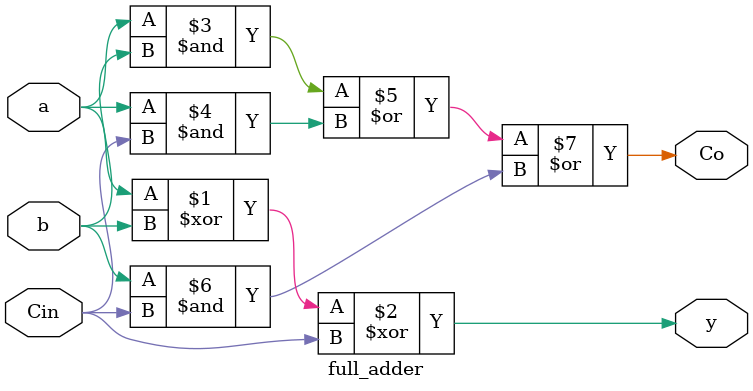
<source format=sv>
module adder_16bit(
    input [15:0] a,
    input [15:0] b,
    input Cin,
    output [15:0] y,
    output Co
);

    wire [1:0] carry;

    adder_8bit adder0 (
        .a(a[7:0]),
        .b(b[7:0]),
        .Cin(Cin),
        .y(y[7:0]),
        .Co(carry[0])
    );

    adder_8bit adder1 (
        .a(a[15:8]),
        .b(b[15:8]),
        .Cin(carry[0]),
        .y(y[15:8]),
        .Co(carry[1])
    );

    assign Co = carry[1];

endmodule

module adder_8bit(
    input [7:0] a,
    input [7:0] b,
    input Cin,
    output [7:0] y,
    output Co
);

    wire [7:0] carry;

    full_adder fa0 (.a(a[0]), .b(b[0]), .Cin(Cin), .y(y[0]), .Co(carry[0]));
    full_adder fa1 (.a(a[1]), .b(b[1]), .Cin(carry[0]), .y(y[1]), .Co(carry[1]));
    full_adder fa2 (.a(a[2]), .b(b[2]), .Cin(carry[1]), .y(y[2]), .Co(carry[2]));
    full_adder fa3 (.a(a[3]), .b(b[3]), .Cin(carry[2]), .y(y[3]), .Co(carry[3]));
    full_adder fa4 (.a(a[4]), .b(b[4]), .Cin(carry[3]), .y(y[4]), .Co(carry[4]));
    full_adder fa5 (.a(a[5]), .b(b[5]), .Cin(carry[4]), .y(y[5]), .Co(carry[5]));
    full_adder fa6 (.a(a[6]), .b(b[6]), .Cin(carry[5]), .y(y[6]), .Co(carry[6]));
    full_adder fa7 (.a(a[7]), .b(b[7]), .Cin(carry[6]), .y(y[7]), .Co(carry[7]));

    assign Co = carry[7];

endmodule

module full_adder(
    input a,
    input b,
    input Cin,
    output y,
    output Co
);

    assign y = a ^ b ^ Cin;
    assign Co = (a & b) | (a & Cin) | (b & Cin);

endmodule
</source>
